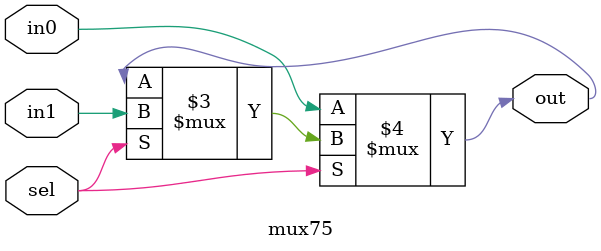
<source format=v>
module mux75 (input in0, in1, sel,
                     output out);

    assign out = (sel== 1'b0) ? in0 : (sel == 1'b1) ? in1: out;

endmodule

</source>
